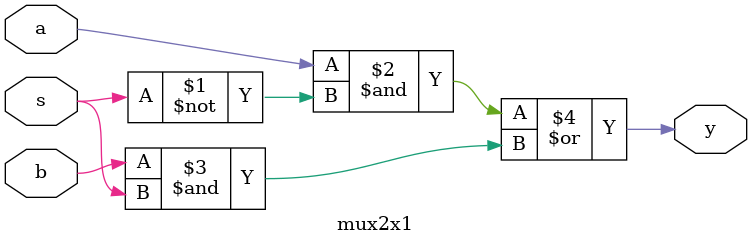
<source format=v>
module mux2x1(input a,b,s,output y);

assign y=(a&~s)|(b&s);

endmodule
</source>
